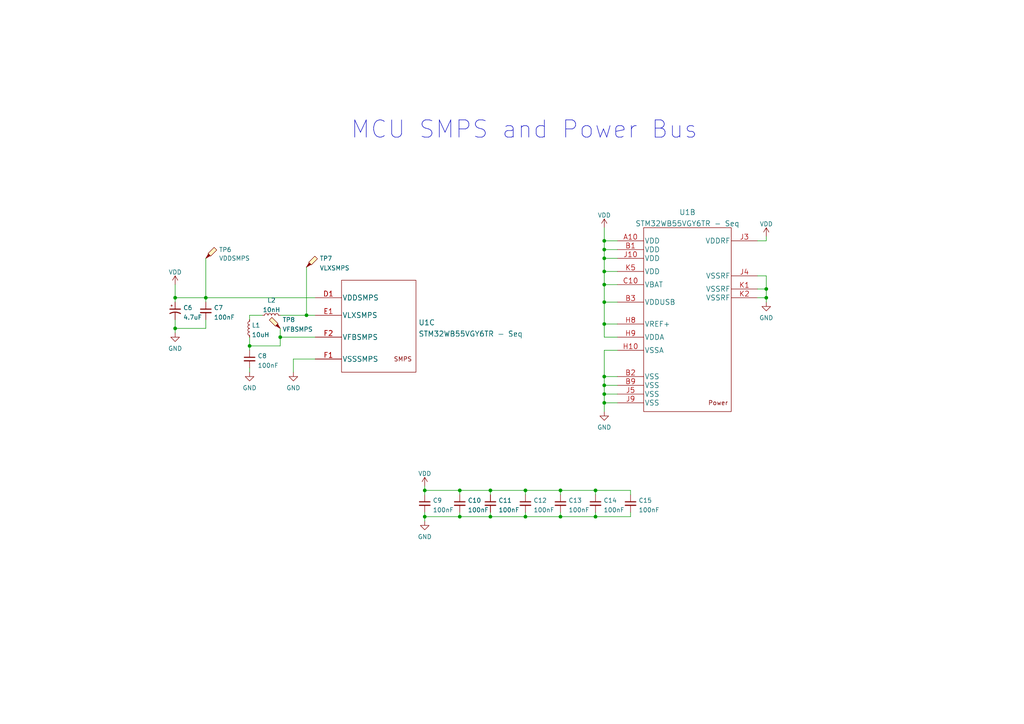
<source format=kicad_sch>
(kicad_sch (version 20211123) (generator eeschema)
  (paper "A4")
  (title_block (title "TekTag BioSensor") (date "2023-05-18") (rev "0.2 alpha") (company "© 2023 Teklabs Digital Pty Ltd") (comment 1 "Designed by Trevor Attema") (comment 2 "MIT License "))
  (lib_symbols
    (symbol "Connector:TestPoint_Probe" (pin_numbers hide) (pin_names (offset 0.762) hide)
      (property "Reference" "TP" (at 1.651 5.842 0))
      (property "Value" "TestPoint_Probe" (at 1.651 4.064 0))
      (symbol "TestPoint_Probe_0_1"
        (polyline (pts (xy 1.27 0.762) (xy 0 0) (xy 0.762 1.27) (xy 1.27 0.762)) (fill (type outline)))
        (polyline (pts (xy 1.397 0.635) (xy 0.635 1.397) (xy 2.413 3.175) (xy 3.175 2.413) (xy 1.397 0.635)) (fill (type background)))
      )
      (symbol "TestPoint_Probe_1_1"
        (pin passive line (at 0 0 90) (length 0) (name "1") (number "1"))
      )
    )
    (symbol "TekLabs:C_Polarized_Small_US" (pin_numbers hide) (pin_names (offset 0.254) hide)
      (property "Reference" "C?" (at 2.3241 0.9022 0))
      (property "Value" "C_Polarized_Small_US" (at 2.3241 -1.8729 0))
      (symbol "C_Polarized_Small_US_0_1"
        (polyline (pts (xy -1.524 0.508) (xy 1.524 0.508)) (stroke (width 0.3048)))
        (polyline (pts (xy -1.27 1.524) (xy -0.762 1.524)))
        (polyline (pts (xy -1.016 1.27) (xy -1.016 1.778)))
        (arc (start 1.524 -0.762) (mid 0 -0.3734) (end -1.524 -0.762) (stroke (width 0.3048)))
      )
      (symbol "C_Polarized_Small_US_1_1"
        (pin passive line (at 0 2.54 270) (length 2.032) (name "~") (number "1"))
        (pin passive line (at 0 -2.54 90) (length 2.032) (name "~") (number "2"))
      )
    )
    (symbol "TekLabs:C_Small" (pin_numbers hide) (pin_names (offset 0.254) hide)
      (property "Reference" "C?" (at 2.3241 0.9022 0))
      (property "Value" "C_Small" (at 2.3241 -1.8729 0))
      (symbol "C_Small_0_1"
        (polyline (pts (xy -1.524 -0.508) (xy 1.524 -0.508)) (stroke (width 0.3302)))
        (polyline (pts (xy -1.524 0.508) (xy 1.524 0.508)) (stroke (width 0.3048)))
      )
      (symbol "C_Small_1_1"
        (pin passive line (at 0 2.54 270) (length 2.032) (name "~") (number "1"))
        (pin passive line (at 0 -2.54 90) (length 2.032) (name "~") (number "2"))
      )
    )
    (symbol "TekLabs:L_Small" (pin_numbers hide) (pin_names (offset 0.254) hide)
      (property "Reference" "L?" (at 0 4.3475 90))
      (property "Value" "L_Small" (at 2.54 2.54 90))
      (symbol "L_Small_0_1"
        (arc (start 0 -2.032) (mid 0.508 -1.524) (end 0 -1.016))
        (arc (start 0 -1.016) (mid 0.508 -0.508) (end 0 0))
        (arc (start 0 0) (mid 0.508 0.508) (end 0 1.016))
        (arc (start 0 1.016) (mid 0.508 1.524) (end 0 2.032))
      )
      (symbol "L_Small_1_1"
        (pin passive line (at 0 2.54 270) (length 0.508) (name "~") (number "1"))
        (pin passive line (at 0 -2.54 90) (length 0.508) (name "~") (number "2"))
      )
    )
    (symbol "TekLabs:STM32WB55VGY6TR - Seq" (pin_names (offset 0.254))
      (property "Reference" "U" (at 7.62 1.27 0))
      (property "Value" "STM32WB55VGY6TR - Seq" (at 21.59 5.08 0))
      (symbol "STM32WB55VGY6TR - Seq_1_1"
        (rectangle (start 7.62 -1.27) (end 46.99 -116.84) (stroke (width 0.1524)))
        (text "GPIO" (at 41.91 -114.3 0) (effects (font (size 1.27 1.27))))
        (pin bidirectional line (at 0 -3.81 0) (length 7.62) (name "PA11") (number "A1"))
        (pin bidirectional line (at 0 -6.35 0) (length 7.62) (name "PA12") (number "A2"))
        (pin bidirectional line (at 0 -11.43 0) (length 7.62) (name "PA15") (number "A4"))
        (pin bidirectional line (at 0 -21.59 0) (length 7.62) (name "PD7") (number "A8"))
        (pin bidirectional line (at 0 -24.13 0) (length 7.62) (name "PB3") (number "A9"))
        (pin bidirectional line (at 0 -44.45 0) (length 7.62) (name "PE1") (number "B10"))
        (pin bidirectional line (at 0 -29.21 0) (length 7.62) (name "PC9") (number "B4"))
        (pin bidirectional line (at 0 -31.75 0) (length 7.62) (name "PA10") (number "B5"))
        (pin bidirectional line (at 0 -34.29 0) (length 7.62) (name "PC11") (number "B6"))
        (pin bidirectional line (at 0 -36.83 0) (length 7.62) (name "PD5") (number "B7"))
        (pin bidirectional line (at 0 -39.37 0) (length 7.62) (name "PD12") (number "B8"))
        (pin bidirectional line (at 0 -46.99 0) (length 7.62) (name "PB13") (number "C1"))
        (pin bidirectional line (at 0 -49.53 0) (length 7.62) (name "PD3") (number "C2"))
        (pin bidirectional line (at 0 -52.07 0) (length 7.62) (name "PD1") (number "C3"))
        (pin bidirectional line (at 0 -54.61 0) (length 7.62) (name "PD0") (number "C4"))
        (pin bidirectional line (at 0 -59.69 0) (length 7.62) (name "PD6") (number "C6"))
        (pin bidirectional line (at 0 -62.23 0) (length 7.62) (name "PB4") (number "C7"))
        (pin bidirectional line (at 0 -64.77 0) (length 7.62) (name "PE0") (number "C8"))
        (pin bidirectional line (at 0 -67.31 0) (length 7.62) (name "PD13") (number "C9"))
        (pin bidirectional line (at 0 -72.39 0) (length 7.62) (name "PC6") (number "D2"))
        (pin bidirectional line (at 0 -74.93 0) (length 7.62) (name "PD4") (number "D3"))
        (pin bidirectional line (at 0 -77.47 0) (length 7.62) (name "PD8") (number "D4"))
        (pin bidirectional line (at 0 -82.55 0) (length 7.62) (name "PB5") (number "D6"))
        (pin bidirectional line (at 0 -85.09 0) (length 7.62) (name "PB7") (number "D7"))
        (pin bidirectional line (at 0 -87.63 0) (length 7.62) (name "PD14") (number "D8"))
        (pin bidirectional line (at 0 -113.03 0) (length 7.62) (name "PH0") (number "E10"))
        (pin bidirectional line (at 0 -92.71 0) (length 7.62) (name "PB14") (number "E2"))
        (pin bidirectional line (at 0 -95.25 0) (length 7.62) (name "PC7") (number "E3"))
        (pin bidirectional line (at 0 -97.79 0) (length 7.62) (name "PD10") (number "E4"))
        (pin bidirectional line (at 0 -100.33 0) (length 7.62) (name "PD11") (number "E5"))
        (pin bidirectional line (at 0 -105.41 0) (length 7.62) (name "PD15") (number "E7"))
        (pin bidirectional line (at 0 -110.49 0) (length 7.62) (name "PH1") (number "E9"))
        (pin bidirectional line (at 54.61 -81.28 180) (length 7.62) (name "PB9") (number "F10"))
        (pin bidirectional line (at 54.61 -99.06 180) (length 7.62) (name "PB15") (number "F3"))
        (pin bidirectional line (at 54.61 -96.52 180) (length 7.62) (name "PC8") (number "F4"))
        (pin bidirectional line (at 54.61 -93.98 180) (length 7.62) (name "PB6") (number "F5"))
        (pin bidirectional line (at 54.61 -91.44 180) (length 7.62) (name "PA2") (number "F6"))
        (pin bidirectional line (at 54.61 -88.9 180) (length 7.62) (name "PB8") (number "F7"))
        (pin bidirectional line (at 54.61 -86.36 180) (length 7.62) (name "PC0") (number "F8"))
        (pin power_in line (at 54.61 -76.2 180) (length 7.62) (name "PE4") (number "G1"))
        (pin bidirectional line (at 54.61 -53.34 180) (length 7.62) (name "PC3") (number "G10"))
        (pin bidirectional line (at 54.61 -73.66 180) (length 7.62) (name "PE3") (number "G2"))
        (pin bidirectional line (at 54.61 -71.12 180) (length 7.62) (name "PB12") (number "G3"))
        (pin bidirectional line (at 54.61 -68.58 180) (length 7.62) (name "PC4") (number "G4"))
        (pin bidirectional line (at 54.61 -66.04 180) (length 7.62) (name "PC13") (number "G5"))
        (pin bidirectional line (at 54.61 -63.5 180) (length 7.62) (name "PA1") (number "G6"))
        (pin bidirectional line (at 54.61 -60.96 180) (length 7.62) (name "PA0") (number "G7"))
        (pin bidirectional line (at 54.61 -58.42 180) (length 7.62) (name "PC1") (number "G8"))
        (pin bidirectional line (at 54.61 -55.88 180) (length 7.62) (name "PC2") (number "G9"))
        (pin bidirectional line (at 54.61 -48.26 180) (length 7.62) (name "PB1") (number "H1"))
        (pin bidirectional line (at 54.61 -43.18 180) (length 7.62) (name "PC5") (number "H5"))
        (pin bidirectional line (at 54.61 -40.64 180) (length 7.62) (name "PA7") (number "H6"))
        (pin bidirectional line (at 54.61 -38.1 180) (length 7.62) (name "PA6") (number "H7"))
        (pin bidirectional line (at 54.61 -31.75 180) (length 7.62) (name "PB11") (number "J6"))
        (pin bidirectional line (at 54.61 -29.21 180) (length 7.62) (name "PA8") (number "J7"))
        (pin bidirectional line (at 54.61 -26.67 180) (length 7.62) (name "PA3") (number "J8"))
        (pin bidirectional line (at 54.61 -3.81 180) (length 7.62) (name "PA4") (number "K10"))
        (pin bidirectional line (at 54.61 -13.97 180) (length 7.62) (name "PB10") (number "K6"))
        (pin bidirectional line (at 54.61 -11.43 180) (length 7.62) (name "PB2") (number "K7"))
        (pin bidirectional line (at 54.61 -8.89 180) (length 7.62) (name "PA9") (number "K8"))
        (pin bidirectional line (at 54.61 -6.35 180) (length 7.62) (name "PA5") (number "K9"))
      )
      (symbol "STM32WB55VGY6TR - Seq_2_1"
        (rectangle (start 7.62 -1.27) (end 33.02 -54.61) (stroke (width 0.1524)))
        (text "Power" (at 29.21 -52.07 0) (effects (font (size 1.27 1.27))))
        (pin power_in line (at 0 -5.08 0) (length 7.62) (name "VDD") (number "A10"))
        (pin power_in line (at 0 -7.62 0) (length 7.62) (name "VDD") (number "B1"))
        (pin power_in line (at 0 -44.45 0) (length 7.62) (name "VSS") (number "B2"))
        (pin power_in line (at 0 -22.86 0) (length 7.62) (name "VDDUSB") (number "B3"))
        (pin power_in line (at 0 -46.99 0) (length 7.62) (name "VSS") (number "B9"))
        (pin power_in line (at 0 -17.78 0) (length 7.62) (name "VBAT") (number "C10"))
        (pin power_in line (at 0 -36.83 0) (length 7.62) (name "VSSA") (number "H10"))
        (pin power_in line (at 0 -29.21 0) (length 7.62) (name "VREF+") (number "H8"))
        (pin power_in line (at 0 -33.02 0) (length 7.62) (name "VDDA") (number "H9"))
        (pin power_in line (at 0 -10.16 0) (length 7.62) (name "VDD") (number "J10"))
        (pin power_in line (at 40.64 -5.08 180) (length 7.62) (name "VDDRF") (number "J3"))
        (pin power_in line (at 40.64 -15.24 180) (length 7.62) (name "VSSRF") (number "J4"))
        (pin power_in line (at 0 -49.53 0) (length 7.62) (name "VSS") (number "J5"))
        (pin power_in line (at 0 -52.07 0) (length 7.62) (name "VSS") (number "J9"))
        (pin power_in line (at 40.64 -19.05 180) (length 7.62) (name "VSSRF") (number "K1"))
        (pin power_in line (at 40.64 -21.59 180) (length 7.62) (name "VSSRF") (number "K2"))
        (pin power_in line (at 0 -13.97 0) (length 7.62) (name "VDD") (number "K5"))
      )
      (symbol "STM32WB55VGY6TR - Seq_3_1"
        (rectangle (start 7.62 -2.54) (end 29.21 -29.21) (stroke (width 0.1524)))
        (text "SMPS" (at 25.4 -25.4 0) (effects (font (size 1.27 1.27))))
        (pin power_in line (at 0 -7.62 0) (length 7.62) (name "VDDSMPS") (number "D1"))
        (pin power_in line (at 0 -12.7 0) (length 7.62) (name "VLXSMPS") (number "E1"))
        (pin power_in line (at 0 -25.4 0) (length 7.62) (name "VSSSMPS") (number "F1"))
        (pin power_in line (at 0 -19.05 0) (length 7.62) (name "VFBSMPS") (number "F2"))
      )
      (symbol "STM32WB55VGY6TR - Seq_4_1"
        (rectangle (start 7.62 -1.27) (end 41.91 -43.18) (stroke (width 0.1524)))
        (pin bidirectional line (at 0 -31.75 0) (length 7.62) (name "PC14-OSC32_IN") (number "D10"))
        (pin bidirectional line (at 0 -39.37 0) (length 7.62) (name "PC15-OSC32_OUT") (number "D9"))
        (pin bidirectional line (at 49.53 -22.86 180) (length 7.62) (name "PH3-BOOT0") (number "E8"))
        (pin bidirectional line (at 49.53 -12.7 180) (length 7.62) (name "NRST") (number "F9"))
        (pin bidirectional line (at 49.53 -39.37 180) (length 7.62) (name "PB0") (number "H2"))
        (pin bidirectional line (at 49.53 -8.89 180) (length 7.62) (name "AT0") (number "H3"))
        (pin bidirectional line (at 49.53 -5.08 180) (length 7.62) (name "AT1") (number "H4"))
        (pin bidirectional line (at 1.27 -12.7 0) (length 7.62) (name "OSC_IN") (number "J1"))
        (pin bidirectional line (at 0 -5.08 0) (length 7.62) (name "OSC_OUT") (number "J2"))
        (pin bidirectional line (at 49.53 -35.56 180) (length 7.62) (name "RF0") (number "K3"))
        (pin bidirectional line (at 49.53 -31.75 180) (length 7.62) (name "RF1") (number "K4"))
      )
      (symbol "STM32WB55VGY6TR - Seq_5_1"
        (rectangle (start 7.62 -1.27) (end 26.67 -29.21) (stroke (width 0.1524)))
        (text "SWD" (at 20.32 -3.81 0) (effects (font (size 1.27 1.27))))
        (text "TRACE" (at 21.59 -16.51 0) (effects (font (size 1.27 1.27))))
        (pin bidirectional line (at 0 -6.35 0) (length 7.62) (name "PA14") (number "A3"))
        (pin bidirectional line (at 0 -3.81 0) (length 7.62) (name "PA13") (number "A5"))
        (pin bidirectional line (at 0 -21.59 0) (length 7.62) (name "PC10") (number "A6"))
        (pin bidirectional line (at 0 -24.13 0) (length 7.62) (name "PD2") (number "A7"))
        (pin bidirectional line (at 0 -26.67 0) (length 7.62) (name "PC12") (number "C5"))
        (pin bidirectional line (at 0 -19.05 0) (length 7.62) (name "PD9") (number "D5"))
        (pin bidirectional line (at 0 -16.51 0) (length 7.62) (name "PE2") (number "E6"))
      )
    )
    (symbol "power:GND" (power) (pin_names (offset 0))
      (property "Value" "GND" (at 0 -3.81 0))
      (symbol "GND_0_1"
        (polyline (pts (xy 0 0) (xy 0 -1.27) (xy 1.27 -1.27) (xy 0 -2.54) (xy -1.27 -1.27) (xy 0 -1.27)))
      )
      (symbol "GND_1_1"
        (pin power_in line (at 0 0 270) (length 0) hide (name "GND") (number "1"))
      )
    )
    (symbol "power:VDD" (power) (pin_names (offset 0))
      (property "Value" "VDD" (at 0 3.81 0))
      (symbol "VDD_0_1"
        (polyline (pts (xy -0.762 1.27) (xy 0 2.54)))
        (polyline (pts (xy 0 0) (xy 0 2.54)))
        (polyline (pts (xy 0 2.54) (xy 0.762 1.27)))
      )
      (symbol "VDD_1_1"
        (pin power_in line (at 0 0 90) (length 0) hide (name "VDD") (number "1"))
      )
    )
  )
  (junction (at 152.4 149.86))
  (junction (at 175.26 74.93))
  (junction (at 133.35 142.24))
  (junction (at 72.39 100.33))
  (junction (at 175.26 69.85))
  (junction (at 222.25 83.82))
  (junction (at 50.8 95.25))
  (junction (at 172.72 149.86))
  (junction (at 175.26 116.84))
  (junction (at 123.19 149.86))
  (junction (at 152.4 142.24))
  (junction (at 81.28 97.79))
  (junction (at 222.25 86.36))
  (junction (at 123.19 142.24))
  (junction (at 175.26 72.39))
  (junction (at 175.26 87.63))
  (junction (at 175.26 109.22))
  (junction (at 175.26 114.3))
  (junction (at 162.56 142.24))
  (junction (at 50.8 86.36))
  (junction (at 175.26 111.76))
  (junction (at 142.24 142.24))
  (junction (at 88.9 91.44))
  (junction (at 175.26 82.55))
  (junction (at 59.69 86.36))
  (junction (at 172.72 142.24))
  (junction (at 175.26 78.74))
  (junction (at 175.26 93.98))
  (junction (at 162.56 149.86))
  (junction (at 142.24 149.86))
  (junction (at 133.35 149.86))
  (wire (pts (xy 142.24 148.59) (xy 142.24 149.86)))
  (wire (pts (xy 85.09 104.14) (xy 91.44 104.14)))
  (wire (pts (xy 175.26 114.3) (xy 179.07 114.3)))
  (wire (pts (xy 142.24 142.24) (xy 142.24 143.51)))
  (wire (pts (xy 175.26 87.63) (xy 175.26 82.55)))
  (wire (pts (xy 222.25 68.58) (xy 222.25 69.85)))
  (wire (pts (xy 59.69 86.36) (xy 91.44 86.36)))
  (wire (pts (xy 50.8 95.25) (xy 50.8 96.52)))
  (wire (pts (xy 133.35 142.24) (xy 123.19 142.24)))
  (wire (pts (xy 133.35 148.59) (xy 133.35 149.86)))
  (wire (pts (xy 175.26 74.93) (xy 179.07 74.93)))
  (wire (pts (xy 72.39 101.6) (xy 72.39 100.33)))
  (wire (pts (xy 81.28 91.44) (xy 88.9 91.44)))
  (wire (pts (xy 182.88 142.24) (xy 172.72 142.24)))
  (wire (pts (xy 142.24 142.24) (xy 133.35 142.24)))
  (wire (pts (xy 50.8 86.36) (xy 59.69 86.36)))
  (wire (pts (xy 152.4 149.86) (xy 162.56 149.86)))
  (wire (pts (xy 175.26 93.98) (xy 175.26 87.63)))
  (wire (pts (xy 50.8 86.36) (xy 50.8 82.55)))
  (wire (pts (xy 179.07 97.79) (xy 175.26 97.79)))
  (wire (pts (xy 175.26 69.85) (xy 175.26 66.04)))
  (wire (pts (xy 175.26 72.39) (xy 175.26 69.85)))
  (wire (pts (xy 72.39 97.79) (xy 72.39 100.33)))
  (wire (pts (xy 162.56 148.59) (xy 162.56 149.86)))
  (wire (pts (xy 172.72 142.24) (xy 162.56 142.24)))
  (wire (pts (xy 179.07 109.22) (xy 175.26 109.22)))
  (wire (pts (xy 172.72 149.86) (xy 162.56 149.86)))
  (wire (pts (xy 172.72 148.59) (xy 172.72 149.86)))
  (wire (pts (xy 85.09 104.14) (xy 85.09 107.95)))
  (wire (pts (xy 175.26 109.22) (xy 175.26 111.76)))
  (wire (pts (xy 172.72 149.86) (xy 182.88 149.86)))
  (wire (pts (xy 81.28 100.33) (xy 72.39 100.33)))
  (wire (pts (xy 123.19 143.51) (xy 123.19 142.24)))
  (wire (pts (xy 222.25 83.82) (xy 222.25 80.01)))
  (wire (pts (xy 222.25 80.01) (xy 219.71 80.01)))
  (wire (pts (xy 59.69 74.93) (xy 59.69 86.36)))
  (wire (pts (xy 175.26 116.84) (xy 179.07 116.84)))
  (wire (pts (xy 133.35 149.86) (xy 142.24 149.86)))
  (wire (pts (xy 152.4 148.59) (xy 152.4 149.86)))
  (wire (pts (xy 182.88 148.59) (xy 182.88 149.86)))
  (wire (pts (xy 219.71 83.82) (xy 222.25 83.82)))
  (wire (pts (xy 152.4 142.24) (xy 152.4 143.51)))
  (wire (pts (xy 179.07 69.85) (xy 175.26 69.85)))
  (wire (pts (xy 179.07 82.55) (xy 175.26 82.55)))
  (wire (pts (xy 175.26 111.76) (xy 179.07 111.76)))
  (wire (pts (xy 175.26 114.3) (xy 175.26 116.84)))
  (wire (pts (xy 72.39 92.71) (xy 72.39 91.44)))
  (wire (pts (xy 81.28 97.79) (xy 81.28 100.33)))
  (wire (pts (xy 81.28 95.25) (xy 81.28 97.79)))
  (wire (pts (xy 72.39 106.68) (xy 72.39 107.95)))
  (wire (pts (xy 175.26 97.79) (xy 175.26 93.98)))
  (wire (pts (xy 142.24 149.86) (xy 152.4 149.86)))
  (wire (pts (xy 219.71 86.36) (xy 222.25 86.36)))
  (wire (pts (xy 179.07 101.6) (xy 175.26 101.6)))
  (wire (pts (xy 50.8 92.71) (xy 50.8 95.25)))
  (wire (pts (xy 123.19 149.86) (xy 133.35 149.86)))
  (wire (pts (xy 123.19 151.13) (xy 123.19 149.86)))
  (wire (pts (xy 175.26 116.84) (xy 175.26 119.38)))
  (wire (pts (xy 88.9 91.44) (xy 91.44 91.44)))
  (wire (pts (xy 175.26 72.39) (xy 179.07 72.39)))
  (wire (pts (xy 72.39 91.44) (xy 76.2 91.44)))
  (wire (pts (xy 179.07 93.98) (xy 175.26 93.98)))
  (wire (pts (xy 88.9 77.47) (xy 88.9 91.44)))
  (wire (pts (xy 162.56 143.51) (xy 162.56 142.24)))
  (wire (pts (xy 222.25 69.85) (xy 219.71 69.85)))
  (wire (pts (xy 175.26 82.55) (xy 175.26 78.74)))
  (wire (pts (xy 81.28 97.79) (xy 91.44 97.79)))
  (wire (pts (xy 175.26 87.63) (xy 179.07 87.63)))
  (wire (pts (xy 59.69 86.36) (xy 59.69 87.63)))
  (wire (pts (xy 162.56 142.24) (xy 152.4 142.24)))
  (wire (pts (xy 59.69 92.71) (xy 59.69 95.25)))
  (wire (pts (xy 123.19 149.86) (xy 123.19 148.59)))
  (wire (pts (xy 179.07 78.74) (xy 175.26 78.74)))
  (wire (pts (xy 133.35 142.24) (xy 133.35 143.51)))
  (wire (pts (xy 222.25 87.63) (xy 222.25 86.36)))
  (wire (pts (xy 175.26 74.93) (xy 175.26 72.39)))
  (wire (pts (xy 175.26 78.74) (xy 175.26 74.93)))
  (wire (pts (xy 175.26 101.6) (xy 175.26 109.22)))
  (wire (pts (xy 152.4 142.24) (xy 142.24 142.24)))
  (wire (pts (xy 59.69 95.25) (xy 50.8 95.25)))
  (wire (pts (xy 123.19 142.24) (xy 123.19 140.97)))
  (wire (pts (xy 175.26 111.76) (xy 175.26 114.3)))
  (wire (pts (xy 50.8 87.63) (xy 50.8 86.36)))
  (wire (pts (xy 182.88 143.51) (xy 182.88 142.24)))
  (wire (pts (xy 222.25 86.36) (xy 222.25 83.82)))
  (wire (pts (xy 172.72 142.24) (xy 172.72 143.51)))
  (text "MCU SMPS and Power Bus" (at 101.6 40.64 0) (effects (font (size 5 5)) (justify left bottom)))
  (symbol (lib_id "TekLabs:C_Small") (at 133.35 146.05 0) (unit 1)
    (property "Reference" "C10" (at 135.6741 145.1478 0) (effects (justify left)))
    (property "Value" "100nF" (at 135.6741 147.9229 0) (effects (justify left)))
    (property "Digikey" "GRT155R71H104KE01D" (effects hide))
  )
  (symbol (lib_id "power:VDD") (at 123.19 140.97 0) (unit 1)
    (property "Reference" "#PWR024" (effects hide))
    (property "Value" "VDD" (at 123.19 137.3655 0))
  )
  (symbol (lib_id "power:VDD") (at 50.8 82.55 0) (unit 1)
    (property "Reference" "#PWR016" (effects hide))
    (property "Value" "VDD" (at 50.8 78.9455 0))
  )
  (symbol (lib_id "TekLabs:C_Small") (at 59.69 90.17 0) (unit 1)
    (property "Reference" "C7" (at 62.0141 89.2678 0) (effects (justify left)))
    (property "Value" "100nF" (at 62.0141 92.0429 0) (effects (justify left)))
    (property "Digikey" "GRT155R71H104KE01D" (effects hide))
  )
  (symbol (lib_id "power:GND") (at 50.8 96.52 0) (unit 1)
    (property "Reference" "#PWR017" (effects hide))
    (property "Value" "GND" (at 50.8 101.0825 0))
  )
  (symbol (lib_id "TekLabs:C_Small") (at 182.88 146.05 0) (unit 1)
    (property "Reference" "C15" (at 185.2041 145.1478 0) (effects (justify left)))
    (property "Value" "100nF" (at 185.2041 147.9229 0) (effects (justify left)))
    (property "Digikey" "GRT155R71H104KE01D" (effects hide))
  )
  (symbol (lib_id "power:GND") (at 85.09 107.95 0) (unit 1)
    (property "Reference" "#PWR021" (effects hide))
    (property "Value" "GND" (at 85.09 112.5125 0))
  )
  (symbol (lib_id "TekLabs:L_Small") (at 78.74 91.44 90) (unit 1)
    (property "Reference" "L2" (at 78.74 87.0925 90))
    (property "Value" "10nH" (at 78.74 89.8676 90))
    (property "Datasheet" "https://www.we-online.com/catalog/datasheet/7447860110G.pdf" (effects hide))
    (property "Digikey" "7447860110G" (effects hide))
  )
  (symbol (lib_id "TekLabs:C_Small") (at 152.4 146.05 0) (unit 1)
    (property "Reference" "C12" (at 154.7241 145.1478 0) (effects (justify left)))
    (property "Value" "100nF" (at 154.7241 147.9229 0) (effects (justify left)))
    (property "Digikey" "GRT155R71H104KE01D" (effects hide))
  )
  (symbol (lib_id "TekLabs:C_Small") (at 172.72 146.05 0) (unit 1)
    (property "Reference" "C14" (at 175.0441 145.1478 0) (effects (justify left)))
    (property "Value" "100nF" (at 175.0441 147.9229 0) (effects (justify left)))
    (property "Digikey" "GRT155R71H104KE01D" (effects hide))
  )
  (symbol (lib_id "power:GND") (at 123.19 151.13 0) (unit 1)
    (property "Reference" "#PWR025" (effects hide))
    (property "Value" "GND" (at 123.19 155.6925 0))
  )
  (symbol (lib_id "TekLabs:L_Small") (at 72.39 95.25 180) (unit 1)
    (property "Reference" "L1" (at 73.025 94.3415 0) (effects (justify right)))
    (property "Value" "10uH" (at 73.025 97.1166 0) (effects (justify right)))
    (property "Datasheet" "https://product.tdk.com/en/system/files?file=dam/doc/product/inductor/inductor/smd/catalog/inductor_automotive_decoupling_mlz1608_en.pdf" (effects hide))
    (property "Digikey" "MLZ1608N100LTD25" (effects hide))
  )
  (symbol (lib_id "TekLabs:C_Small") (at 72.39 104.14 0) (unit 1)
    (property "Reference" "C8" (at 74.7141 103.2378 0) (effects (justify left)))
    (property "Value" "100nF" (at 74.7141 106.0129 0) (effects (justify left)))
    (property "Digikey" "GRT155R71H104KE01D" (effects hide))
  )
  (symbol (lib_id "power:GND") (at 72.39 107.95 0) (unit 1)
    (property "Reference" "#PWR018" (effects hide))
    (property "Value" "GND" (at 72.39 112.5125 0))
  )
  (symbol (lib_id "power:GND") (at 222.25 87.63 0) (unit 1)
    (property "Reference" "#PWR023" (effects hide))
    (property "Value" "GND" (at 222.25 92.1925 0))
  )
  (symbol (lib_id "power:VDD") (at 175.26 66.04 0) (unit 1)
    (property "Reference" "#PWR019" (effects hide))
    (property "Value" "VDD" (at 175.26 62.4355 0))
  )
  (symbol (lib_id "Connector:TestPoint_Probe") (at 59.69 74.93 0) (unit 1) (in_bom no)
    (property "Reference" "TP6" (at 63.5 72.434 0) (effects (justify left)))
    (property "Value" "VDDSMPS" (at 63.5 74.93 0) (effects (justify left)))
  )
  (symbol (lib_id "TekLabs:C_Polarized_Small_US") (at 50.8 90.17 0) (unit 1)
    (property "Reference" "C6" (at 53.1241 89.2678 0) (effects (justify left)))
    (property "Value" "4.7uF" (at 53.1241 92.0429 0) (effects (justify left)))
    (property "Datasheet" "https://datasheets.kyocera-avx.com/F98.pdf" (effects hide))
    (property "Digikey" "F981C475MMA" (effects hide))
  )
  (symbol (lib_id "TekLabs:C_Small") (at 142.24 146.05 0) (unit 1)
    (property "Reference" "C11" (at 144.5641 145.1478 0) (effects (justify left)))
    (property "Value" "100nF" (at 144.5641 147.9229 0) (effects (justify left)))
    (property "Digikey" "GRT155R71H104KE01D" (effects hide))
  )
  (symbol (lib_id "power:VDD") (at 222.25 68.58 0) (unit 1)
    (property "Reference" "#PWR022" (effects hide))
    (property "Value" "VDD" (at 222.25 64.9755 0))
  )
  (symbol (lib_id "TekLabs:STM32WB55VGY6TR - Seq") (at 91.44 78.74 0) (unit 3)
    (property "Reference" "U1" (at 121.3612 93.5503 0) (effects (font (size 1.524 1.524)) (justify left)))
    (property "Value" "STM32WB55VGY6TR - Seq" (at 121.3612 96.8293 0) (effects (font (size 1.524 1.524)) (justify left)))
  )
  (symbol (lib_id "Connector:TestPoint_Probe") (at 88.9 77.47 0) (unit 1) (in_bom no)
    (property "Reference" "TP7" (at 92.71 74.974 0) (effects (justify left)))
    (property "Value" "VLXSMPS" (at 92.71 77.7491 0) (effects (justify left)))
  )
  (symbol (lib_id "TekLabs:STM32WB55VGY6TR - Seq") (at 179.07 64.77 0) (unit 2)
    (property "Reference" "U1" (at 199.39 61.5599 0) (effects (font (size 1.524 1.524))))
    (property "Value" "STM32WB55VGY6TR - Seq" (at 199.39 64.8389 0) (effects (font (size 1.524 1.524))))
  )
  (symbol (lib_id "power:GND") (at 175.26 119.38 0) (unit 1)
    (property "Reference" "#PWR020" (effects hide))
    (property "Value" "GND" (at 175.26 123.9425 0))
  )
  (symbol (lib_id "Connector:TestPoint_Probe") (at 81.28 95.25 0) (mirror y) (unit 1) (in_bom no)
    (property "Reference" "TP8" (at 81.915 92.754 0) (effects (justify right)))
    (property "Value" "VFBSMPS" (at 81.915 95.5291 0) (effects (justify right)))
  )
  (symbol (lib_id "TekLabs:C_Small") (at 162.56 146.05 0) (unit 1)
    (property "Reference" "C13" (at 164.8841 145.1478 0) (effects (justify left)))
    (property "Value" "100nF" (at 164.8841 147.9229 0) (effects (justify left)))
    (property "Digikey" "GRT155R71H104KE01D" (effects hide))
  )
  (symbol (lib_id "TekLabs:C_Small") (at 123.19 146.05 0) (unit 1)
    (property "Reference" "C9" (at 125.5141 145.1478 0) (effects (justify left)))
    (property "Value" "100nF" (at 125.5141 147.9229 0) (effects (justify left)))
    (property "Digikey" "GRT155R71H104KE01D" (effects hide))
  )
)
</source>
